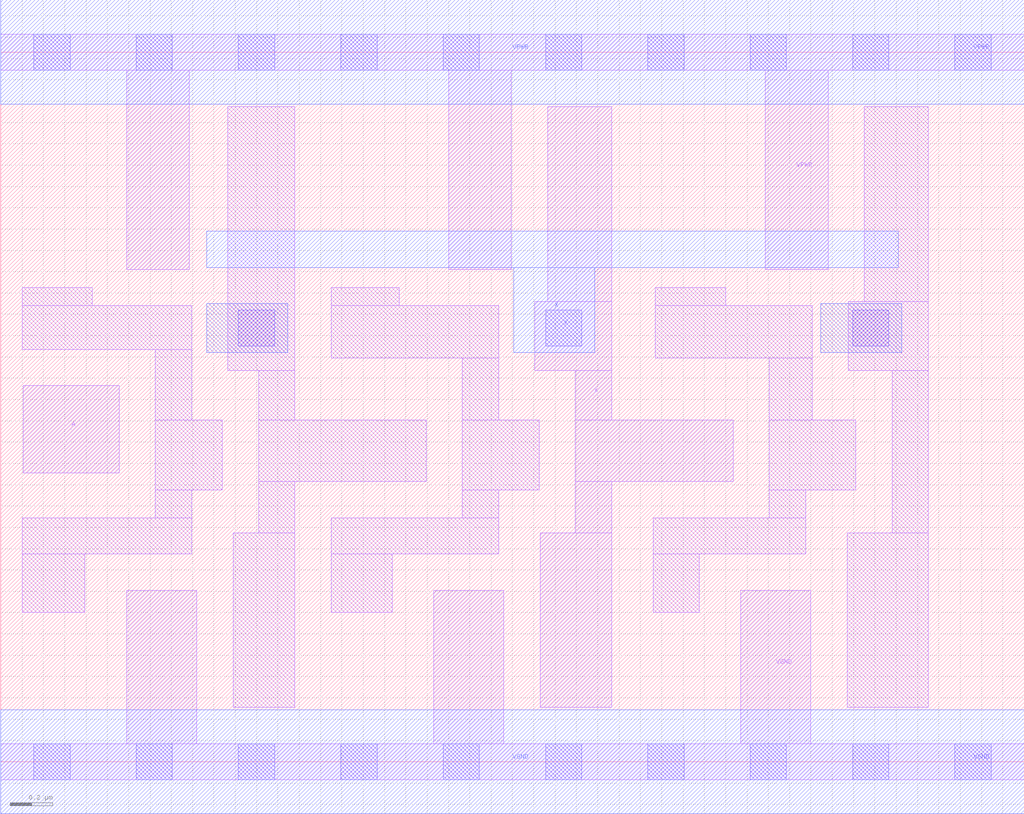
<source format=lef>
# Copyright 2020 The SkyWater PDK Authors
#
# Licensed under the Apache License, Version 2.0 (the "License");
# you may not use this file except in compliance with the License.
# You may obtain a copy of the License at
#
#     https://www.apache.org/licenses/LICENSE-2.0
#
# Unless required by applicable law or agreed to in writing, software
# distributed under the License is distributed on an "AS IS" BASIS,
# WITHOUT WARRANTIES OR CONDITIONS OF ANY KIND, either express or implied.
# See the License for the specific language governing permissions and
# limitations under the License.
#
# SPDX-License-Identifier: Apache-2.0

VERSION 5.7 ;
  NAMESCASESENSITIVE ON ;
  NOWIREEXTENSIONATPIN ON ;
  DIVIDERCHAR "/" ;
  BUSBITCHARS "[]" ;
UNITS
  DATABASE MICRONS 200 ;
END UNITS
MACRO sky130_fd_sc_ms__dlymetal6s4s_1
  CLASS CORE ;
  SOURCE USER ;
  FOREIGN sky130_fd_sc_ms__dlymetal6s4s_1 ;
  ORIGIN  0.000000  0.000000 ;
  SIZE  4.800000 BY  3.330000 ;
  SYMMETRY X Y ;
  SITE unit ;
  PIN A
    ANTENNAGATEAREA  0.138600 ;
    DIRECTION INPUT ;
    USE SIGNAL ;
    PORT
      LAYER li1 ;
        RECT 0.105000 1.355000 0.555000 1.765000 ;
    END
  END A
  PIN X
    ANTENNADIFFAREA  0.487300 ;
    ANTENNAGATEAREA  0.138600 ;
    DIRECTION OUTPUT ;
    USE SIGNAL ;
    PORT
      LAYER li1 ;
        RECT 2.505000 1.835000 2.865000 2.160000 ;
        RECT 2.530000 0.255000 2.865000 1.075000 ;
        RECT 2.565000 2.160000 2.865000 3.075000 ;
        RECT 2.695000 1.075000 2.865000 1.315000 ;
        RECT 2.695000 1.315000 3.435000 1.605000 ;
        RECT 2.695000 1.605000 2.865000 1.835000 ;
      LAYER mcon ;
        RECT 2.555000 1.950000 2.725000 2.120000 ;
      LAYER met1 ;
        RECT 0.965000 2.320000 4.210000 2.490000 ;
        RECT 2.405000 1.920000 2.785000 2.320000 ;
    END
  END X
  PIN VGND
    DIRECTION INOUT ;
    USE GROUND ;
    PORT
      LAYER li1 ;
        RECT 0.000000 -0.085000 4.800000 0.085000 ;
        RECT 0.590000  0.085000 0.920000 0.805000 ;
        RECT 2.030000  0.085000 2.360000 0.805000 ;
        RECT 3.470000  0.085000 3.800000 0.805000 ;
      LAYER mcon ;
        RECT 0.155000 -0.085000 0.325000 0.085000 ;
        RECT 0.635000 -0.085000 0.805000 0.085000 ;
        RECT 1.115000 -0.085000 1.285000 0.085000 ;
        RECT 1.595000 -0.085000 1.765000 0.085000 ;
        RECT 2.075000 -0.085000 2.245000 0.085000 ;
        RECT 2.555000 -0.085000 2.725000 0.085000 ;
        RECT 3.035000 -0.085000 3.205000 0.085000 ;
        RECT 3.515000 -0.085000 3.685000 0.085000 ;
        RECT 3.995000 -0.085000 4.165000 0.085000 ;
        RECT 4.475000 -0.085000 4.645000 0.085000 ;
      LAYER met1 ;
        RECT 0.000000 -0.245000 4.800000 0.245000 ;
    END
  END VGND
  PIN VPWR
    DIRECTION INOUT ;
    USE POWER ;
    PORT
      LAYER li1 ;
        RECT 0.000000 3.245000 4.800000 3.415000 ;
        RECT 0.590000 2.310000 0.885000 3.245000 ;
        RECT 2.100000 2.310000 2.395000 3.245000 ;
        RECT 3.585000 2.310000 3.880000 3.245000 ;
      LAYER mcon ;
        RECT 0.155000 3.245000 0.325000 3.415000 ;
        RECT 0.635000 3.245000 0.805000 3.415000 ;
        RECT 1.115000 3.245000 1.285000 3.415000 ;
        RECT 1.595000 3.245000 1.765000 3.415000 ;
        RECT 2.075000 3.245000 2.245000 3.415000 ;
        RECT 2.555000 3.245000 2.725000 3.415000 ;
        RECT 3.035000 3.245000 3.205000 3.415000 ;
        RECT 3.515000 3.245000 3.685000 3.415000 ;
        RECT 3.995000 3.245000 4.165000 3.415000 ;
        RECT 4.475000 3.245000 4.645000 3.415000 ;
      LAYER met1 ;
        RECT 0.000000 3.085000 4.800000 3.575000 ;
    END
  END VPWR
  OBS
    LAYER li1 ;
      RECT 0.100000 0.700000 0.395000 0.975000 ;
      RECT 0.100000 0.975000 0.895000 1.145000 ;
      RECT 0.100000 1.935000 0.895000 2.140000 ;
      RECT 0.100000 2.140000 0.430000 2.225000 ;
      RECT 0.725000 1.145000 0.895000 1.275000 ;
      RECT 0.725000 1.275000 1.040000 1.605000 ;
      RECT 0.725000 1.605000 0.895000 1.935000 ;
      RECT 1.065000 1.835000 1.380000 3.075000 ;
      RECT 1.090000 0.255000 1.380000 1.075000 ;
      RECT 1.210000 1.075000 1.380000 1.315000 ;
      RECT 1.210000 1.315000 1.995000 1.605000 ;
      RECT 1.210000 1.605000 1.380000 1.835000 ;
      RECT 1.550000 0.700000 1.835000 0.975000 ;
      RECT 1.550000 0.975000 2.335000 1.145000 ;
      RECT 1.550000 1.895000 2.335000 2.140000 ;
      RECT 1.550000 2.140000 1.870000 2.225000 ;
      RECT 2.165000 1.145000 2.335000 1.275000 ;
      RECT 2.165000 1.275000 2.525000 1.605000 ;
      RECT 2.165000 1.605000 2.335000 1.895000 ;
      RECT 3.060000 0.700000 3.275000 0.975000 ;
      RECT 3.060000 0.975000 3.775000 1.145000 ;
      RECT 3.070000 1.895000 3.805000 2.140000 ;
      RECT 3.070000 2.140000 3.400000 2.225000 ;
      RECT 3.605000 1.145000 3.775000 1.275000 ;
      RECT 3.605000 1.275000 4.010000 1.605000 ;
      RECT 3.605000 1.605000 3.805000 1.895000 ;
      RECT 3.970000 0.255000 4.350000 1.075000 ;
      RECT 3.975000 1.835000 4.350000 2.160000 ;
      RECT 4.050000 2.160000 4.350000 3.075000 ;
      RECT 4.180000 1.075000 4.350000 1.835000 ;
    LAYER mcon ;
      RECT 1.115000 1.950000 1.285000 2.120000 ;
      RECT 3.995000 1.950000 4.165000 2.120000 ;
    LAYER met1 ;
      RECT 0.965000 1.920000 1.345000 2.150000 ;
      RECT 3.845000 1.920000 4.225000 2.150000 ;
  END
END sky130_fd_sc_ms__dlymetal6s4s_1

</source>
